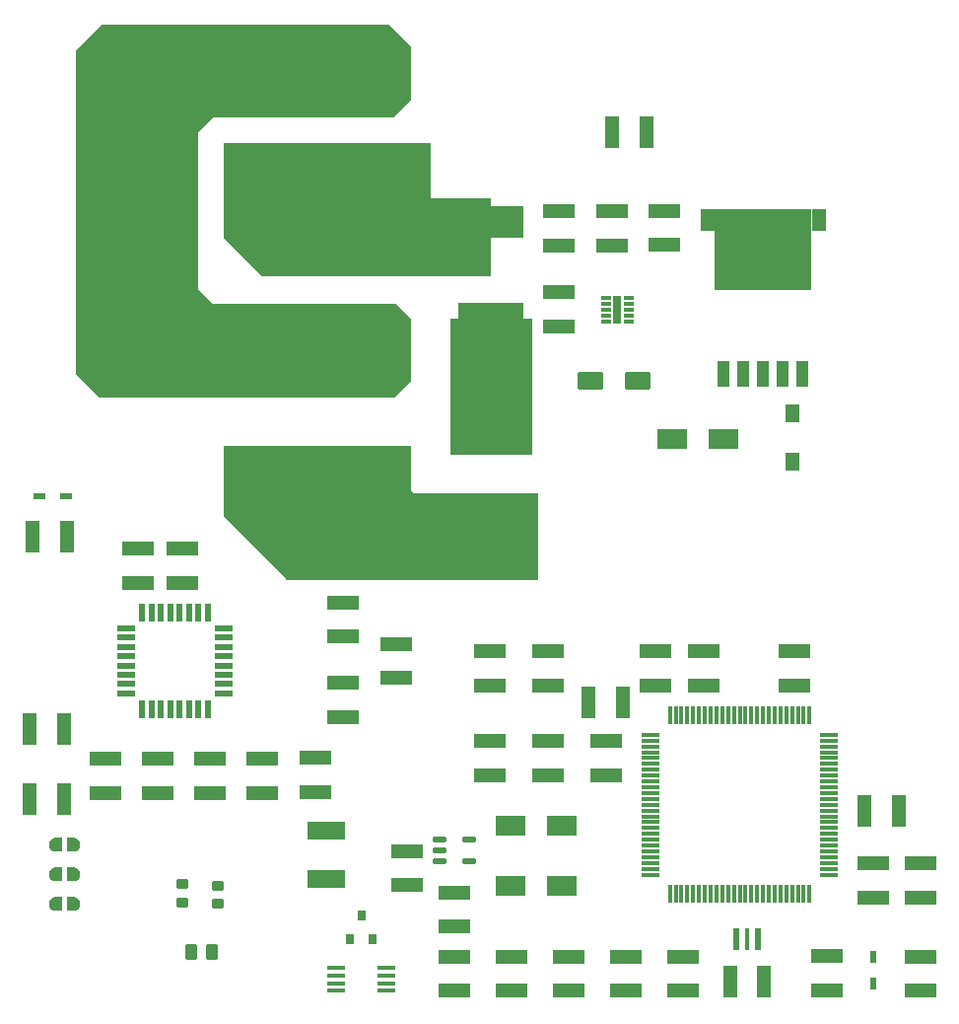
<source format=gbr>
%TF.GenerationSoftware,Altium Limited,Altium Designer,25.2.1 (25)*%
G04 Layer_Color=8421504*
%FSLAX43Y43*%
%MOMM*%
%TF.SameCoordinates,66537E59-A43E-40DC-9FEC-BE63E116DA79*%
%TF.FilePolarity,Positive*%
%TF.FileFunction,Paste,Top*%
%TF.Part,Single*%
G01*
G75*
%TA.AperFunction,SMDPad,CuDef*%
%ADD11R,1.230X2.760*%
%ADD12R,0.500X1.125*%
%ADD13R,1.125X0.500*%
G04:AMPARAMS|DCode=14|XSize=1.47mm|YSize=0.55mm|CornerRadius=0.069mm|HoleSize=0mm|Usage=FLASHONLY|Rotation=180.000|XOffset=0mm|YOffset=0mm|HoleType=Round|Shape=RoundedRectangle|*
%AMROUNDEDRECTD14*
21,1,1.470,0.413,0,0,180.0*
21,1,1.333,0.550,0,0,180.0*
1,1,0.138,-0.666,0.206*
1,1,0.138,0.666,0.206*
1,1,0.138,0.666,-0.206*
1,1,0.138,-0.666,-0.206*
%
%ADD14ROUNDEDRECTD14*%
G04:AMPARAMS|DCode=15|XSize=0.55mm|YSize=1.47mm|CornerRadius=0.069mm|HoleSize=0mm|Usage=FLASHONLY|Rotation=180.000|XOffset=0mm|YOffset=0mm|HoleType=Round|Shape=RoundedRectangle|*
%AMROUNDEDRECTD15*
21,1,0.550,1.333,0,0,180.0*
21,1,0.413,1.470,0,0,180.0*
1,1,0.138,-0.206,0.666*
1,1,0.138,0.206,0.666*
1,1,0.138,0.206,-0.666*
1,1,0.138,-0.206,-0.666*
%
%ADD15ROUNDEDRECTD15*%
%ADD16R,2.650X1.800*%
%ADD17R,5.600X2.700*%
%ADD18R,0.800X0.900*%
%ADD19R,1.020X2.160*%
%ADD20R,8.330X6.990*%
%ADD21R,1.235X1.910*%
%ADD22R,2.720X1.160*%
G04:AMPARAMS|DCode=23|XSize=2.21mm|YSize=1.53mm|CornerRadius=0.115mm|HoleSize=0mm|Usage=FLASHONLY|Rotation=180.000|XOffset=0mm|YOffset=0mm|HoleType=Round|Shape=RoundedRectangle|*
%AMROUNDEDRECTD23*
21,1,2.210,1.301,0,0,180.0*
21,1,1.981,1.530,0,0,180.0*
1,1,0.230,-0.990,0.650*
1,1,0.230,0.990,0.650*
1,1,0.230,0.990,-0.650*
1,1,0.230,-0.990,-0.650*
%
%ADD23ROUNDEDRECTD23*%
%ADD24R,2.760X1.230*%
G04:AMPARAMS|DCode=25|XSize=0.87mm|YSize=1.02mm|CornerRadius=0.109mm|HoleSize=0mm|Usage=FLASHONLY|Rotation=90.000|XOffset=0mm|YOffset=0mm|HoleType=Round|Shape=RoundedRectangle|*
%AMROUNDEDRECTD25*
21,1,0.870,0.803,0,0,90.0*
21,1,0.653,1.020,0,0,90.0*
1,1,0.217,0.401,0.326*
1,1,0.217,0.401,-0.326*
1,1,0.217,-0.401,-0.326*
1,1,0.217,-0.401,0.326*
%
%ADD25ROUNDEDRECTD25*%
G04:AMPARAMS|DCode=26|XSize=1.016mm|YSize=1.397mm|CornerRadius=0.127mm|HoleSize=0mm|Usage=FLASHONLY|Rotation=180.000|XOffset=0mm|YOffset=0mm|HoleType=Round|Shape=RoundedRectangle|*
%AMROUNDEDRECTD26*
21,1,1.016,1.143,0,0,180.0*
21,1,0.762,1.397,0,0,180.0*
1,1,0.254,-0.381,0.572*
1,1,0.254,0.381,0.572*
1,1,0.254,0.381,-0.572*
1,1,0.254,-0.381,-0.572*
%
%ADD26ROUNDEDRECTD26*%
%ADD27R,3.200X1.500*%
%ADD28R,1.160X2.720*%
%ADD29R,0.850X0.300*%
%ADD30R,0.690X2.440*%
%ADD31R,1.300X1.650*%
G04:AMPARAMS|DCode=32|XSize=1.47mm|YSize=0.4mm|CornerRadius=0.05mm|HoleSize=0mm|Usage=FLASHONLY|Rotation=0.000|XOffset=0mm|YOffset=0mm|HoleType=Round|Shape=RoundedRectangle|*
%AMROUNDEDRECTD32*
21,1,1.470,0.300,0,0,0.0*
21,1,1.370,0.400,0,0,0.0*
1,1,0.100,0.685,-0.150*
1,1,0.100,-0.685,-0.150*
1,1,0.100,-0.685,0.150*
1,1,0.100,0.685,0.150*
%
%ADD32ROUNDEDRECTD32*%
G04:AMPARAMS|DCode=33|XSize=0.28mm|YSize=1.6mm|CornerRadius=0.035mm|HoleSize=0mm|Usage=FLASHONLY|Rotation=0.000|XOffset=0mm|YOffset=0mm|HoleType=Round|Shape=RoundedRectangle|*
%AMROUNDEDRECTD33*
21,1,0.280,1.530,0,0,0.0*
21,1,0.210,1.600,0,0,0.0*
1,1,0.070,0.105,-0.765*
1,1,0.070,-0.105,-0.765*
1,1,0.070,-0.105,0.765*
1,1,0.070,0.105,0.765*
%
%ADD33ROUNDEDRECTD33*%
G04:AMPARAMS|DCode=34|XSize=1.6mm|YSize=0.28mm|CornerRadius=0.035mm|HoleSize=0mm|Usage=FLASHONLY|Rotation=0.000|XOffset=0mm|YOffset=0mm|HoleType=Round|Shape=RoundedRectangle|*
%AMROUNDEDRECTD34*
21,1,1.600,0.210,0,0,0.0*
21,1,1.530,0.280,0,0,0.0*
1,1,0.070,0.765,-0.105*
1,1,0.070,-0.765,-0.105*
1,1,0.070,-0.765,0.105*
1,1,0.070,0.765,0.105*
%
%ADD34ROUNDEDRECTD34*%
%ADD35R,0.400X1.900*%
%ADD36R,0.600X1.900*%
G04:AMPARAMS|DCode=37|XSize=1.21mm|YSize=0.59mm|CornerRadius=0.148mm|HoleSize=0mm|Usage=FLASHONLY|Rotation=0.000|XOffset=0mm|YOffset=0mm|HoleType=Round|Shape=RoundedRectangle|*
%AMROUNDEDRECTD37*
21,1,1.210,0.295,0,0,0.0*
21,1,0.915,0.590,0,0,0.0*
1,1,0.295,0.458,-0.148*
1,1,0.295,-0.458,-0.148*
1,1,0.295,-0.458,0.148*
1,1,0.295,0.458,0.148*
%
%ADD37ROUNDEDRECTD37*%
G36*
X35941Y69523D02*
X41148D01*
Y62865D01*
X21463D01*
X18140Y66188D01*
Y74300D01*
X35941D01*
Y69523D01*
D02*
G37*
G36*
X34300Y82540D02*
X34300D01*
Y77988D01*
X32812Y76500D01*
X17318D01*
X16000Y75182D01*
Y61724D01*
X17224Y60500D01*
X33000D01*
X34300Y59200D01*
Y53858D01*
X32902Y52460D01*
X7484D01*
X5500Y54444D01*
Y82208D01*
X7752Y84460D01*
X32380D01*
X34300Y82540D01*
D02*
G37*
G36*
X44648Y47498D02*
X37648D01*
Y59182D01*
X44648D01*
Y47498D01*
D02*
G37*
G36*
X34300Y44450D02*
X34554Y44196D01*
X45164D01*
Y36807D01*
X23633D01*
X18140Y42300D01*
Y48300D01*
X34300D01*
Y44450D01*
D02*
G37*
G36*
X5374Y14665D02*
X5464Y14636D01*
X5548Y14593D01*
X5625Y14538D01*
X5692Y14471D01*
X5747Y14394D01*
X5790Y14310D01*
X5819Y14220D01*
X5834Y14127D01*
Y14033D01*
X5819Y13939D01*
X5790Y13850D01*
X5747Y13766D01*
X5692Y13689D01*
X5625Y13622D01*
X5548Y13567D01*
X5464Y13524D01*
X5374Y13495D01*
X5281Y13480D01*
X5234Y13480D01*
X4726D01*
Y14680D01*
X5281D01*
X5374Y14665D01*
D02*
G37*
G36*
X4274Y13480D02*
X3766D01*
X3766Y13480D01*
X3719D01*
X3625Y13495D01*
X3536Y13524D01*
X3452Y13567D01*
X3375Y13622D01*
X3308Y13689D01*
X3253Y13766D01*
X3210Y13850D01*
X3181Y13939D01*
X3166Y14033D01*
Y14127D01*
X3181Y14220D01*
X3210Y14310D01*
X3253Y14394D01*
X3308Y14471D01*
X3375Y14538D01*
X3452Y14593D01*
X3536Y14636D01*
X3625Y14665D01*
X3719Y14680D01*
X4274D01*
Y13480D01*
D02*
G37*
G36*
X5374Y12125D02*
X5464Y12096D01*
X5548Y12053D01*
X5625Y11998D01*
X5692Y11931D01*
X5747Y11854D01*
X5790Y11770D01*
X5819Y11681D01*
X5834Y11587D01*
Y11493D01*
X5819Y11399D01*
X5790Y11310D01*
X5747Y11226D01*
X5692Y11149D01*
X5625Y11082D01*
X5548Y11027D01*
X5464Y10984D01*
X5374Y10955D01*
X5281Y10940D01*
X5234Y10940D01*
X4726D01*
Y12140D01*
X5281D01*
X5374Y12125D01*
D02*
G37*
G36*
X4274Y10940D02*
X3766D01*
X3766Y10940D01*
X3719D01*
X3625Y10955D01*
X3536Y10984D01*
X3452Y11027D01*
X3375Y11082D01*
X3308Y11149D01*
X3253Y11226D01*
X3210Y11310D01*
X3181Y11399D01*
X3166Y11493D01*
Y11587D01*
X3181Y11681D01*
X3210Y11770D01*
X3253Y11854D01*
X3308Y11931D01*
X3375Y11998D01*
X3452Y12053D01*
X3536Y12096D01*
X3625Y12125D01*
X3719Y12140D01*
X4274D01*
Y10940D01*
D02*
G37*
G36*
X5374Y9585D02*
X5464Y9556D01*
X5548Y9513D01*
X5625Y9458D01*
X5692Y9391D01*
X5747Y9314D01*
X5790Y9230D01*
X5819Y9141D01*
X5834Y9047D01*
Y8953D01*
X5819Y8859D01*
X5790Y8770D01*
X5747Y8686D01*
X5692Y8609D01*
X5625Y8542D01*
X5548Y8487D01*
X5464Y8444D01*
X5374Y8415D01*
X5281Y8400D01*
X4726D01*
Y9600D01*
X5234D01*
X5234Y9600D01*
X5281D01*
X5374Y9585D01*
D02*
G37*
G36*
X3766Y9600D02*
X4274D01*
Y8400D01*
X3719D01*
X3625Y8415D01*
X3536Y8444D01*
X3452Y8487D01*
X3375Y8542D01*
X3308Y8609D01*
X3253Y8686D01*
X3210Y8770D01*
X3181Y8859D01*
X3166Y8953D01*
Y9047D01*
X3181Y9141D01*
X3210Y9230D01*
X3253Y9314D01*
X3308Y9391D01*
X3375Y9458D01*
X3452Y9513D01*
X3536Y9556D01*
X3625Y9585D01*
X3719Y9600D01*
X3766Y9600D01*
D02*
G37*
D11*
X49534Y26289D02*
D03*
X52466D02*
D03*
X1767Y40500D02*
D03*
X4699D02*
D03*
X4466Y24000D02*
D03*
X1534D02*
D03*
X51564Y75184D02*
D03*
X54496D02*
D03*
X64585Y2325D02*
D03*
X61653D02*
D03*
D12*
X74000Y2133D02*
D03*
Y4457D02*
D03*
D13*
X2338Y44000D02*
D03*
X4662D02*
D03*
D14*
X9821Y27051D02*
D03*
Y27851D02*
D03*
Y28651D02*
D03*
Y29451D02*
D03*
Y30251D02*
D03*
Y31051D02*
D03*
Y31851D02*
D03*
Y32651D02*
D03*
X18161D02*
D03*
Y31851D02*
D03*
Y31051D02*
D03*
Y30251D02*
D03*
Y29451D02*
D03*
Y28651D02*
D03*
Y27851D02*
D03*
Y27051D02*
D03*
D15*
X16791Y25681D02*
D03*
X15991D02*
D03*
X15191D02*
D03*
X14391D02*
D03*
X13591D02*
D03*
X12791D02*
D03*
X11991D02*
D03*
X11191D02*
D03*
Y34021D02*
D03*
X11991D02*
D03*
X12791D02*
D03*
X13591D02*
D03*
X14391D02*
D03*
X15191D02*
D03*
X15991D02*
D03*
X16791D02*
D03*
D16*
X56728Y48895D02*
D03*
X61128D02*
D03*
X47200Y10500D02*
D03*
X42800D02*
D03*
Y15700D02*
D03*
X47200D02*
D03*
D17*
X41148Y59223D02*
D03*
Y67523D02*
D03*
D18*
X30000Y8000D02*
D03*
X30950Y6000D02*
D03*
X29050D02*
D03*
D19*
X61100Y54500D02*
D03*
X62800D02*
D03*
X64500D02*
D03*
X66200D02*
D03*
X67900D02*
D03*
D20*
X64500Y65175D02*
D03*
D21*
X69283Y67715D02*
D03*
X59717D02*
D03*
D22*
X67183Y27735D02*
D03*
Y30685D02*
D03*
X51500Y68475D02*
D03*
Y65525D02*
D03*
X47000D02*
D03*
Y68475D02*
D03*
X28448Y27975D02*
D03*
Y25025D02*
D03*
X21500Y21475D02*
D03*
Y18525D02*
D03*
X78000Y1525D02*
D03*
Y4475D02*
D03*
X47000Y61475D02*
D03*
Y58525D02*
D03*
X26035Y18591D02*
D03*
Y21541D02*
D03*
X8000Y18525D02*
D03*
Y21475D02*
D03*
X28448Y34876D02*
D03*
Y31926D02*
D03*
X57658Y1525D02*
D03*
Y4475D02*
D03*
X51000Y22975D02*
D03*
Y20025D02*
D03*
X33909Y13540D02*
D03*
Y10590D02*
D03*
X55245Y30685D02*
D03*
Y27735D02*
D03*
X59436Y30685D02*
D03*
Y27735D02*
D03*
X52738Y4475D02*
D03*
Y1525D02*
D03*
X47819Y4475D02*
D03*
Y1525D02*
D03*
X42899Y4475D02*
D03*
Y1525D02*
D03*
D23*
X53757Y53848D02*
D03*
X49657D02*
D03*
D24*
X56000Y65534D02*
D03*
Y68466D02*
D03*
X17020Y21466D02*
D03*
Y18534D02*
D03*
X12520Y21466D02*
D03*
Y18534D02*
D03*
X38000Y1534D02*
D03*
Y4466D02*
D03*
X70000Y4492D02*
D03*
Y1560D02*
D03*
X41000Y22966D02*
D03*
Y20034D02*
D03*
X46010Y22966D02*
D03*
Y20034D02*
D03*
Y30676D02*
D03*
Y27744D02*
D03*
X41000Y30676D02*
D03*
Y27744D02*
D03*
X14600Y39466D02*
D03*
Y36534D02*
D03*
X10800Y39466D02*
D03*
Y36534D02*
D03*
X33000Y28385D02*
D03*
Y31317D02*
D03*
X78000Y12466D02*
D03*
Y9534D02*
D03*
X74000Y12466D02*
D03*
Y9534D02*
D03*
X38000Y9966D02*
D03*
Y7034D02*
D03*
D25*
X17653Y10577D02*
D03*
Y9017D02*
D03*
X14605Y10686D02*
D03*
Y9126D02*
D03*
D26*
X15367Y4826D02*
D03*
X17145D02*
D03*
D27*
X27000Y15297D02*
D03*
Y11097D02*
D03*
D28*
X4475Y18000D02*
D03*
X1525D02*
D03*
X76150Y17000D02*
D03*
X73200D02*
D03*
D29*
X51050Y61000D02*
D03*
Y60500D02*
D03*
Y60000D02*
D03*
Y59500D02*
D03*
Y59000D02*
D03*
X52950D02*
D03*
Y59500D02*
D03*
Y60000D02*
D03*
Y60500D02*
D03*
Y61000D02*
D03*
D30*
X52000Y60000D02*
D03*
D31*
X67000Y51050D02*
D03*
Y46950D02*
D03*
D32*
X32150Y3475D02*
D03*
Y2825D02*
D03*
Y2175D02*
D03*
Y1525D02*
D03*
X27850D02*
D03*
Y2175D02*
D03*
Y2825D02*
D03*
Y3475D02*
D03*
D33*
X56500Y25180D02*
D03*
X57000D02*
D03*
X57500D02*
D03*
X58000D02*
D03*
X58500D02*
D03*
X59000D02*
D03*
X59500D02*
D03*
X60000D02*
D03*
X60500D02*
D03*
X61000D02*
D03*
X61500D02*
D03*
X62000D02*
D03*
X62500D02*
D03*
X63000D02*
D03*
X63500D02*
D03*
X64000D02*
D03*
X64500D02*
D03*
X65000D02*
D03*
X65500D02*
D03*
X66000D02*
D03*
X66500D02*
D03*
X67000D02*
D03*
X67500D02*
D03*
X68000D02*
D03*
X68500D02*
D03*
Y9820D02*
D03*
X68000D02*
D03*
X67500D02*
D03*
X67000D02*
D03*
X66500D02*
D03*
X66000D02*
D03*
X65500D02*
D03*
X65000D02*
D03*
X64500D02*
D03*
X64000D02*
D03*
X63500D02*
D03*
X63000D02*
D03*
X62500D02*
D03*
X62000D02*
D03*
X61500D02*
D03*
X61000D02*
D03*
X60500D02*
D03*
X60000D02*
D03*
X59500D02*
D03*
X59000D02*
D03*
X58500D02*
D03*
X58000D02*
D03*
X57500D02*
D03*
X57000D02*
D03*
X56500D02*
D03*
D34*
X70180Y23500D02*
D03*
Y23000D02*
D03*
Y22500D02*
D03*
Y22000D02*
D03*
Y21500D02*
D03*
Y21000D02*
D03*
Y20500D02*
D03*
Y20000D02*
D03*
Y19500D02*
D03*
Y19000D02*
D03*
Y18500D02*
D03*
Y18000D02*
D03*
Y17500D02*
D03*
Y17000D02*
D03*
Y16500D02*
D03*
Y16000D02*
D03*
Y15500D02*
D03*
Y15000D02*
D03*
Y14500D02*
D03*
Y14000D02*
D03*
Y13500D02*
D03*
Y13000D02*
D03*
Y12500D02*
D03*
Y12000D02*
D03*
Y11500D02*
D03*
X54820D02*
D03*
Y12000D02*
D03*
Y12500D02*
D03*
Y13000D02*
D03*
Y13500D02*
D03*
Y14000D02*
D03*
Y14500D02*
D03*
Y15000D02*
D03*
Y15500D02*
D03*
Y16000D02*
D03*
Y16500D02*
D03*
Y17000D02*
D03*
Y17500D02*
D03*
Y18000D02*
D03*
Y18500D02*
D03*
Y19000D02*
D03*
Y19500D02*
D03*
Y20000D02*
D03*
Y20500D02*
D03*
Y21000D02*
D03*
Y21500D02*
D03*
Y22000D02*
D03*
Y22500D02*
D03*
Y23000D02*
D03*
Y23500D02*
D03*
D35*
X63119Y5969D02*
D03*
D36*
X62169D02*
D03*
X64069D02*
D03*
D37*
X36745Y14550D02*
D03*
Y13600D02*
D03*
Y12650D02*
D03*
X39255D02*
D03*
Y14550D02*
D03*
%TF.MD5,0190dad8c9f0109bd2788aaa36fa584b*%
M02*

</source>
